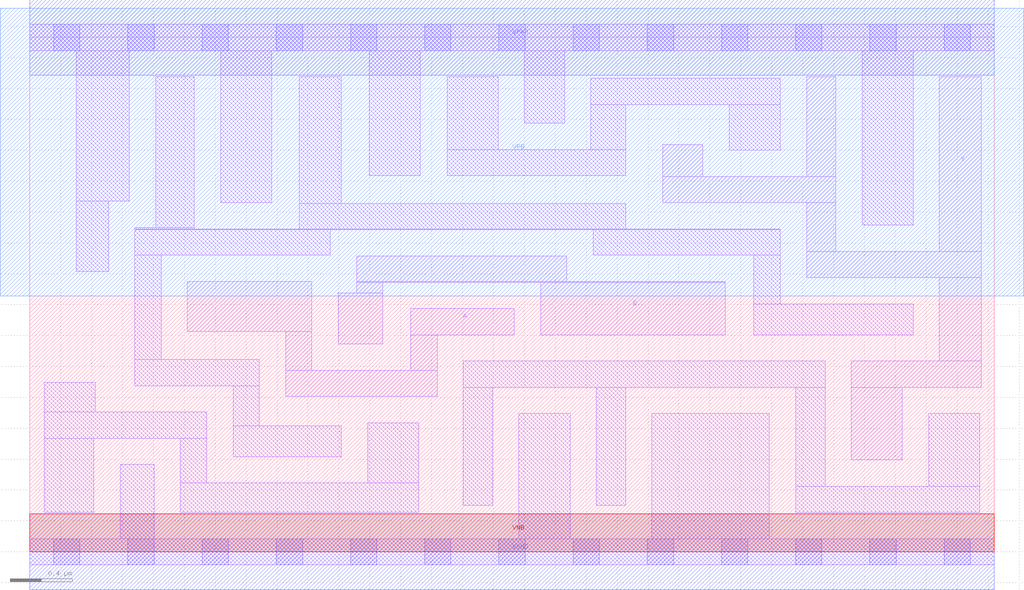
<source format=lef>
# Copyright 2020 The SkyWater PDK Authors
#
# Licensed under the Apache License, Version 2.0 (the "License");
# you may not use this file except in compliance with the License.
# You may obtain a copy of the License at
#
#     https://www.apache.org/licenses/LICENSE-2.0
#
# Unless required by applicable law or agreed to in writing, software
# distributed under the License is distributed on an "AS IS" BASIS,
# WITHOUT WARRANTIES OR CONDITIONS OF ANY KIND, either express or implied.
# See the License for the specific language governing permissions and
# limitations under the License.
#
# SPDX-License-Identifier: Apache-2.0

VERSION 5.7 ;
  NOWIREEXTENSIONATPIN ON ;
  DIVIDERCHAR "/" ;
  BUSBITCHARS "[]" ;
MACRO sky130_fd_sc_lp__xnor2_2
  CLASS CORE ;
  FOREIGN sky130_fd_sc_lp__xnor2_2 ;
  ORIGIN  0.000000  0.000000 ;
  SIZE  6.240000 BY  3.330000 ;
  SYMMETRY X Y R90 ;
  SITE unit ;
  PIN A
    ANTENNAGATEAREA  1.260000 ;
    DIRECTION INPUT ;
    USE SIGNAL ;
    PORT
      LAYER li1 ;
        RECT 1.020000 1.425000 1.825000 1.750000 ;
        RECT 1.655000 1.005000 2.635000 1.175000 ;
        RECT 1.655000 1.175000 1.825000 1.425000 ;
        RECT 2.465000 1.175000 2.635000 1.405000 ;
        RECT 2.465000 1.405000 3.135000 1.575000 ;
    END
  END A
  PIN B
    ANTENNAGATEAREA  1.260000 ;
    DIRECTION INPUT ;
    USE SIGNAL ;
    PORT
      LAYER li1 ;
        RECT 1.995000 1.345000 2.285000 1.675000 ;
        RECT 2.115000 1.675000 2.285000 1.745000 ;
        RECT 2.115000 1.745000 4.500000 1.750000 ;
        RECT 2.115000 1.750000 3.475000 1.915000 ;
        RECT 3.305000 1.405000 4.500000 1.745000 ;
    END
  END B
  PIN Y
    ANTENNADIFFAREA  1.255800 ;
    DIRECTION OUTPUT ;
    USE SIGNAL ;
    PORT
      LAYER li1 ;
        RECT 4.095000 2.260000 5.215000 2.430000 ;
        RECT 4.095000 2.430000 4.355000 2.635000 ;
        RECT 5.025000 1.775000 6.155000 1.945000 ;
        RECT 5.025000 1.945000 5.215000 2.260000 ;
        RECT 5.025000 2.430000 5.215000 3.075000 ;
        RECT 5.315000 0.595000 5.645000 1.065000 ;
        RECT 5.315000 1.065000 6.155000 1.235000 ;
        RECT 5.885000 1.235000 6.155000 1.775000 ;
        RECT 5.885000 1.945000 6.155000 3.075000 ;
    END
  END Y
  PIN VGND
    DIRECTION INOUT ;
    USE GROUND ;
    PORT
      LAYER met1 ;
        RECT 0.000000 -0.245000 6.240000 0.245000 ;
    END
  END VGND
  PIN VNB
    DIRECTION INOUT ;
    USE GROUND ;
    PORT
      LAYER pwell ;
        RECT 0.000000 0.000000 6.240000 0.245000 ;
    END
  END VNB
  PIN VPB
    DIRECTION INOUT ;
    USE POWER ;
    PORT
      LAYER nwell ;
        RECT -0.190000 1.655000 6.430000 3.520000 ;
    END
  END VPB
  PIN VPWR
    DIRECTION INOUT ;
    USE POWER ;
    PORT
      LAYER met1 ;
        RECT 0.000000 3.085000 6.240000 3.575000 ;
    END
  END VPWR
  OBS
    LAYER li1 ;
      RECT 0.000000 -0.085000 6.240000 0.085000 ;
      RECT 0.000000  3.245000 6.240000 3.415000 ;
      RECT 0.095000  0.255000 0.415000 0.735000 ;
      RECT 0.095000  0.735000 1.145000 0.905000 ;
      RECT 0.095000  0.905000 0.425000 1.095000 ;
      RECT 0.300000  1.815000 0.510000 2.270000 ;
      RECT 0.300000  2.270000 0.645000 3.245000 ;
      RECT 0.585000  0.085000 0.805000 0.565000 ;
      RECT 0.680000  1.075000 1.485000 1.245000 ;
      RECT 0.680000  1.245000 0.850000 1.920000 ;
      RECT 0.680000  1.920000 1.945000 2.085000 ;
      RECT 0.680000  2.085000 4.855000 2.090000 ;
      RECT 0.680000  2.090000 1.065000 2.100000 ;
      RECT 0.815000  2.100000 1.065000 3.075000 ;
      RECT 0.975000  0.255000 2.515000 0.445000 ;
      RECT 0.975000  0.445000 1.145000 0.735000 ;
      RECT 1.235000  2.260000 1.565000 3.245000 ;
      RECT 1.315000  0.615000 2.015000 0.815000 ;
      RECT 1.315000  0.815000 1.485000 1.075000 ;
      RECT 1.745000  2.090000 3.855000 2.255000 ;
      RECT 1.745000  2.255000 2.015000 3.075000 ;
      RECT 2.185000  0.445000 2.515000 0.835000 ;
      RECT 2.195000  2.435000 2.525000 3.245000 ;
      RECT 2.700000  2.435000 3.855000 2.605000 ;
      RECT 2.700000  2.605000 3.030000 3.075000 ;
      RECT 2.805000  0.300000 2.995000 1.065000 ;
      RECT 2.805000  1.065000 5.145000 1.235000 ;
      RECT 3.165000  0.085000 3.495000 0.895000 ;
      RECT 3.200000  2.775000 3.460000 3.245000 ;
      RECT 3.630000  2.605000 3.855000 2.895000 ;
      RECT 3.630000  2.895000 4.855000 3.065000 ;
      RECT 3.645000  1.920000 4.855000 2.085000 ;
      RECT 3.665000  0.300000 3.855000 1.065000 ;
      RECT 4.025000  0.085000 4.785000 0.895000 ;
      RECT 4.525000  2.600000 4.855000 2.895000 ;
      RECT 4.685000  1.405000 5.715000 1.605000 ;
      RECT 4.685000  1.605000 4.855000 1.920000 ;
      RECT 4.955000  0.255000 6.145000 0.425000 ;
      RECT 4.955000  0.425000 5.145000 1.065000 ;
      RECT 5.385000  2.115000 5.715000 3.245000 ;
      RECT 5.815000  0.425000 6.145000 0.895000 ;
    LAYER mcon ;
      RECT 0.155000 -0.085000 0.325000 0.085000 ;
      RECT 0.155000  3.245000 0.325000 3.415000 ;
      RECT 0.635000 -0.085000 0.805000 0.085000 ;
      RECT 0.635000  3.245000 0.805000 3.415000 ;
      RECT 1.115000 -0.085000 1.285000 0.085000 ;
      RECT 1.115000  3.245000 1.285000 3.415000 ;
      RECT 1.595000 -0.085000 1.765000 0.085000 ;
      RECT 1.595000  3.245000 1.765000 3.415000 ;
      RECT 2.075000 -0.085000 2.245000 0.085000 ;
      RECT 2.075000  3.245000 2.245000 3.415000 ;
      RECT 2.555000 -0.085000 2.725000 0.085000 ;
      RECT 2.555000  3.245000 2.725000 3.415000 ;
      RECT 3.035000 -0.085000 3.205000 0.085000 ;
      RECT 3.035000  3.245000 3.205000 3.415000 ;
      RECT 3.515000 -0.085000 3.685000 0.085000 ;
      RECT 3.515000  3.245000 3.685000 3.415000 ;
      RECT 3.995000 -0.085000 4.165000 0.085000 ;
      RECT 3.995000  3.245000 4.165000 3.415000 ;
      RECT 4.475000 -0.085000 4.645000 0.085000 ;
      RECT 4.475000  3.245000 4.645000 3.415000 ;
      RECT 4.955000 -0.085000 5.125000 0.085000 ;
      RECT 4.955000  3.245000 5.125000 3.415000 ;
      RECT 5.435000 -0.085000 5.605000 0.085000 ;
      RECT 5.435000  3.245000 5.605000 3.415000 ;
      RECT 5.915000 -0.085000 6.085000 0.085000 ;
      RECT 5.915000  3.245000 6.085000 3.415000 ;
  END
END sky130_fd_sc_lp__xnor2_2
END LIBRARY

</source>
